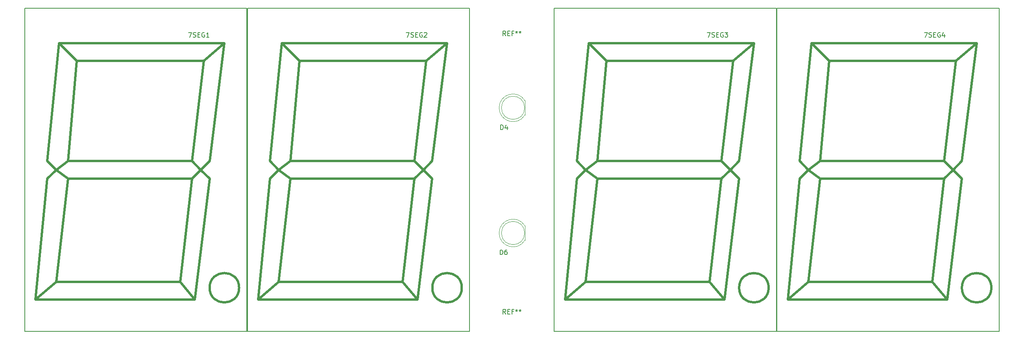
<source format=gto>
G04 #@! TF.FileFunction,Legend,Top*
%FSLAX46Y46*%
G04 Gerber Fmt 4.6, Leading zero omitted, Abs format (unit mm)*
G04 Created by KiCad (PCBNEW 4.0.6) date 01/08/18 11:05:27*
%MOMM*%
%LPD*%
G01*
G04 APERTURE LIST*
%ADD10C,0.100000*%
%ADD11C,0.500000*%
%ADD12C,0.150000*%
%ADD13C,0.120000*%
G04 APERTURE END LIST*
D10*
D11*
X86305000Y-110300000D02*
G75*
G03X86305000Y-110300000I-3175000J0D01*
G01*
X78685000Y-61405000D02*
X83130000Y-57595000D01*
X83130000Y-57595000D02*
X79955000Y-82995000D01*
X78050000Y-84900000D02*
X79955000Y-86805000D01*
X78050000Y-84900000D02*
X79955000Y-82995000D01*
X74875000Y-86805000D02*
X76145000Y-86805000D01*
X76145000Y-86805000D02*
X73605000Y-109030000D01*
X78050000Y-84900000D02*
X76145000Y-86805000D01*
X76145000Y-82995000D02*
X78050000Y-84900000D01*
X49475000Y-86805000D02*
X74875000Y-86805000D01*
X49475000Y-82995000D02*
X76145000Y-82995000D01*
X51380000Y-61405000D02*
X47570000Y-57595000D01*
X49475000Y-82995000D02*
X51380000Y-61405000D01*
X46935000Y-84900000D02*
X49475000Y-82995000D01*
X45030000Y-82995000D02*
X46935000Y-84900000D01*
X45030000Y-86805000D02*
X42490000Y-112840000D01*
X46935000Y-84900000D02*
X49475000Y-86805000D01*
X46935000Y-84900000D02*
X45030000Y-86805000D01*
X73605000Y-109030000D02*
X76780000Y-112840000D01*
X42490000Y-112840000D02*
X76780000Y-112840000D01*
X79955000Y-86805000D02*
X76780000Y-112840000D01*
X78685000Y-61405000D02*
X76145000Y-82995000D01*
X46935000Y-109030000D02*
X73605000Y-109030000D01*
X42490000Y-112840000D02*
X46935000Y-109030000D01*
X51380000Y-61405000D02*
X78685000Y-61405000D01*
X45030000Y-82995000D02*
X47570000Y-57595000D01*
X49475000Y-86805000D02*
X46935000Y-109030000D01*
X47570000Y-57595000D02*
X83130000Y-57595000D01*
D12*
X87980000Y-119750000D02*
X40180000Y-119750000D01*
X40180000Y-50050000D02*
X40180000Y-119750000D01*
X87980000Y-50050000D02*
X87980000Y-119750000D01*
X40180000Y-50050000D02*
X87980000Y-50050000D01*
D11*
X134215000Y-110300000D02*
G75*
G03X134215000Y-110300000I-3175000J0D01*
G01*
X126595000Y-61405000D02*
X131040000Y-57595000D01*
X131040000Y-57595000D02*
X127865000Y-82995000D01*
X125960000Y-84900000D02*
X127865000Y-86805000D01*
X125960000Y-84900000D02*
X127865000Y-82995000D01*
X122785000Y-86805000D02*
X124055000Y-86805000D01*
X124055000Y-86805000D02*
X121515000Y-109030000D01*
X125960000Y-84900000D02*
X124055000Y-86805000D01*
X124055000Y-82995000D02*
X125960000Y-84900000D01*
X97385000Y-86805000D02*
X122785000Y-86805000D01*
X97385000Y-82995000D02*
X124055000Y-82995000D01*
X99290000Y-61405000D02*
X95480000Y-57595000D01*
X97385000Y-82995000D02*
X99290000Y-61405000D01*
X94845000Y-84900000D02*
X97385000Y-82995000D01*
X92940000Y-82995000D02*
X94845000Y-84900000D01*
X92940000Y-86805000D02*
X90400000Y-112840000D01*
X94845000Y-84900000D02*
X97385000Y-86805000D01*
X94845000Y-84900000D02*
X92940000Y-86805000D01*
X121515000Y-109030000D02*
X124690000Y-112840000D01*
X90400000Y-112840000D02*
X124690000Y-112840000D01*
X127865000Y-86805000D02*
X124690000Y-112840000D01*
X126595000Y-61405000D02*
X124055000Y-82995000D01*
X94845000Y-109030000D02*
X121515000Y-109030000D01*
X90400000Y-112840000D02*
X94845000Y-109030000D01*
X99290000Y-61405000D02*
X126595000Y-61405000D01*
X92940000Y-82995000D02*
X95480000Y-57595000D01*
X97385000Y-86805000D02*
X94845000Y-109030000D01*
X95480000Y-57595000D02*
X131040000Y-57595000D01*
D12*
X135890000Y-119750000D02*
X88090000Y-119750000D01*
X88090000Y-50050000D02*
X88090000Y-119750000D01*
X135890000Y-50050000D02*
X135890000Y-119750000D01*
X88090000Y-50050000D02*
X135890000Y-50050000D01*
D11*
X200225000Y-110300000D02*
G75*
G03X200225000Y-110300000I-3175000J0D01*
G01*
X192605000Y-61405000D02*
X197050000Y-57595000D01*
X197050000Y-57595000D02*
X193875000Y-82995000D01*
X191970000Y-84900000D02*
X193875000Y-86805000D01*
X191970000Y-84900000D02*
X193875000Y-82995000D01*
X188795000Y-86805000D02*
X190065000Y-86805000D01*
X190065000Y-86805000D02*
X187525000Y-109030000D01*
X191970000Y-84900000D02*
X190065000Y-86805000D01*
X190065000Y-82995000D02*
X191970000Y-84900000D01*
X163395000Y-86805000D02*
X188795000Y-86805000D01*
X163395000Y-82995000D02*
X190065000Y-82995000D01*
X165300000Y-61405000D02*
X161490000Y-57595000D01*
X163395000Y-82995000D02*
X165300000Y-61405000D01*
X160855000Y-84900000D02*
X163395000Y-82995000D01*
X158950000Y-82995000D02*
X160855000Y-84900000D01*
X158950000Y-86805000D02*
X156410000Y-112840000D01*
X160855000Y-84900000D02*
X163395000Y-86805000D01*
X160855000Y-84900000D02*
X158950000Y-86805000D01*
X187525000Y-109030000D02*
X190700000Y-112840000D01*
X156410000Y-112840000D02*
X190700000Y-112840000D01*
X193875000Y-86805000D02*
X190700000Y-112840000D01*
X192605000Y-61405000D02*
X190065000Y-82995000D01*
X160855000Y-109030000D02*
X187525000Y-109030000D01*
X156410000Y-112840000D02*
X160855000Y-109030000D01*
X165300000Y-61405000D02*
X192605000Y-61405000D01*
X158950000Y-82995000D02*
X161490000Y-57595000D01*
X163395000Y-86805000D02*
X160855000Y-109030000D01*
X161490000Y-57595000D02*
X197050000Y-57595000D01*
D12*
X201900000Y-119750000D02*
X154100000Y-119750000D01*
X154100000Y-50050000D02*
X154100000Y-119750000D01*
X201900000Y-50050000D02*
X201900000Y-119750000D01*
X154100000Y-50050000D02*
X201900000Y-50050000D01*
D11*
X248145000Y-110300000D02*
G75*
G03X248145000Y-110300000I-3175000J0D01*
G01*
X240525000Y-61405000D02*
X244970000Y-57595000D01*
X244970000Y-57595000D02*
X241795000Y-82995000D01*
X239890000Y-84900000D02*
X241795000Y-86805000D01*
X239890000Y-84900000D02*
X241795000Y-82995000D01*
X236715000Y-86805000D02*
X237985000Y-86805000D01*
X237985000Y-86805000D02*
X235445000Y-109030000D01*
X239890000Y-84900000D02*
X237985000Y-86805000D01*
X237985000Y-82995000D02*
X239890000Y-84900000D01*
X211315000Y-86805000D02*
X236715000Y-86805000D01*
X211315000Y-82995000D02*
X237985000Y-82995000D01*
X213220000Y-61405000D02*
X209410000Y-57595000D01*
X211315000Y-82995000D02*
X213220000Y-61405000D01*
X208775000Y-84900000D02*
X211315000Y-82995000D01*
X206870000Y-82995000D02*
X208775000Y-84900000D01*
X206870000Y-86805000D02*
X204330000Y-112840000D01*
X208775000Y-84900000D02*
X211315000Y-86805000D01*
X208775000Y-84900000D02*
X206870000Y-86805000D01*
X235445000Y-109030000D02*
X238620000Y-112840000D01*
X204330000Y-112840000D02*
X238620000Y-112840000D01*
X241795000Y-86805000D02*
X238620000Y-112840000D01*
X240525000Y-61405000D02*
X237985000Y-82995000D01*
X208775000Y-109030000D02*
X235445000Y-109030000D01*
X204330000Y-112840000D02*
X208775000Y-109030000D01*
X213220000Y-61405000D02*
X240525000Y-61405000D01*
X206870000Y-82995000D02*
X209410000Y-57595000D01*
X211315000Y-86805000D02*
X208775000Y-109030000D01*
X209410000Y-57595000D02*
X244970000Y-57595000D01*
D12*
X249820000Y-119750000D02*
X202020000Y-119750000D01*
X202020000Y-50050000D02*
X202020000Y-119750000D01*
X249820000Y-50050000D02*
X249820000Y-119750000D01*
X202020000Y-50050000D02*
X249820000Y-50050000D01*
D13*
X142240000Y-71499538D02*
G75*
G03X147790000Y-73044830I2990000J-462D01*
G01*
X142240000Y-71500462D02*
G75*
G02X147790000Y-69955170I2990000J462D01*
G01*
X147730000Y-71500000D02*
G75*
G03X147730000Y-71500000I-2500000J0D01*
G01*
X147790000Y-73045000D02*
X147790000Y-69955000D01*
X142240000Y-98499538D02*
G75*
G03X147790000Y-100044830I2990000J-462D01*
G01*
X142240000Y-98500462D02*
G75*
G02X147790000Y-96955170I2990000J462D01*
G01*
X147730000Y-98500000D02*
G75*
G03X147730000Y-98500000I-2500000J0D01*
G01*
X147790000Y-100045000D02*
X147790000Y-96955000D01*
D12*
X143666667Y-55952381D02*
X143333333Y-55476190D01*
X143095238Y-55952381D02*
X143095238Y-54952381D01*
X143476191Y-54952381D01*
X143571429Y-55000000D01*
X143619048Y-55047619D01*
X143666667Y-55142857D01*
X143666667Y-55285714D01*
X143619048Y-55380952D01*
X143571429Y-55428571D01*
X143476191Y-55476190D01*
X143095238Y-55476190D01*
X144095238Y-55428571D02*
X144428572Y-55428571D01*
X144571429Y-55952381D02*
X144095238Y-55952381D01*
X144095238Y-54952381D01*
X144571429Y-54952381D01*
X145333334Y-55428571D02*
X145000000Y-55428571D01*
X145000000Y-55952381D02*
X145000000Y-54952381D01*
X145476191Y-54952381D01*
X146000000Y-54952381D02*
X146000000Y-55190476D01*
X145761905Y-55095238D02*
X146000000Y-55190476D01*
X146238096Y-55095238D01*
X145857143Y-55380952D02*
X146000000Y-55190476D01*
X146142858Y-55380952D01*
X146761905Y-54952381D02*
X146761905Y-55190476D01*
X146523810Y-55095238D02*
X146761905Y-55190476D01*
X147000001Y-55095238D01*
X146619048Y-55380952D02*
X146761905Y-55190476D01*
X146904763Y-55380952D01*
X75411905Y-55252381D02*
X76078572Y-55252381D01*
X75650000Y-56252381D01*
X76411905Y-56204762D02*
X76554762Y-56252381D01*
X76792858Y-56252381D01*
X76888096Y-56204762D01*
X76935715Y-56157143D01*
X76983334Y-56061905D01*
X76983334Y-55966667D01*
X76935715Y-55871429D01*
X76888096Y-55823810D01*
X76792858Y-55776190D01*
X76602381Y-55728571D01*
X76507143Y-55680952D01*
X76459524Y-55633333D01*
X76411905Y-55538095D01*
X76411905Y-55442857D01*
X76459524Y-55347619D01*
X76507143Y-55300000D01*
X76602381Y-55252381D01*
X76840477Y-55252381D01*
X76983334Y-55300000D01*
X77411905Y-55728571D02*
X77745239Y-55728571D01*
X77888096Y-56252381D02*
X77411905Y-56252381D01*
X77411905Y-55252381D01*
X77888096Y-55252381D01*
X78840477Y-55300000D02*
X78745239Y-55252381D01*
X78602382Y-55252381D01*
X78459524Y-55300000D01*
X78364286Y-55395238D01*
X78316667Y-55490476D01*
X78269048Y-55680952D01*
X78269048Y-55823810D01*
X78316667Y-56014286D01*
X78364286Y-56109524D01*
X78459524Y-56204762D01*
X78602382Y-56252381D01*
X78697620Y-56252381D01*
X78840477Y-56204762D01*
X78888096Y-56157143D01*
X78888096Y-55823810D01*
X78697620Y-55823810D01*
X79840477Y-56252381D02*
X79269048Y-56252381D01*
X79554762Y-56252381D02*
X79554762Y-55252381D01*
X79459524Y-55395238D01*
X79364286Y-55490476D01*
X79269048Y-55538095D01*
X122261905Y-55252381D02*
X122928572Y-55252381D01*
X122500000Y-56252381D01*
X123261905Y-56204762D02*
X123404762Y-56252381D01*
X123642858Y-56252381D01*
X123738096Y-56204762D01*
X123785715Y-56157143D01*
X123833334Y-56061905D01*
X123833334Y-55966667D01*
X123785715Y-55871429D01*
X123738096Y-55823810D01*
X123642858Y-55776190D01*
X123452381Y-55728571D01*
X123357143Y-55680952D01*
X123309524Y-55633333D01*
X123261905Y-55538095D01*
X123261905Y-55442857D01*
X123309524Y-55347619D01*
X123357143Y-55300000D01*
X123452381Y-55252381D01*
X123690477Y-55252381D01*
X123833334Y-55300000D01*
X124261905Y-55728571D02*
X124595239Y-55728571D01*
X124738096Y-56252381D02*
X124261905Y-56252381D01*
X124261905Y-55252381D01*
X124738096Y-55252381D01*
X125690477Y-55300000D02*
X125595239Y-55252381D01*
X125452382Y-55252381D01*
X125309524Y-55300000D01*
X125214286Y-55395238D01*
X125166667Y-55490476D01*
X125119048Y-55680952D01*
X125119048Y-55823810D01*
X125166667Y-56014286D01*
X125214286Y-56109524D01*
X125309524Y-56204762D01*
X125452382Y-56252381D01*
X125547620Y-56252381D01*
X125690477Y-56204762D01*
X125738096Y-56157143D01*
X125738096Y-55823810D01*
X125547620Y-55823810D01*
X126119048Y-55347619D02*
X126166667Y-55300000D01*
X126261905Y-55252381D01*
X126500001Y-55252381D01*
X126595239Y-55300000D01*
X126642858Y-55347619D01*
X126690477Y-55442857D01*
X126690477Y-55538095D01*
X126642858Y-55680952D01*
X126071429Y-56252381D01*
X126690477Y-56252381D01*
X187011905Y-55252381D02*
X187678572Y-55252381D01*
X187250000Y-56252381D01*
X188011905Y-56204762D02*
X188154762Y-56252381D01*
X188392858Y-56252381D01*
X188488096Y-56204762D01*
X188535715Y-56157143D01*
X188583334Y-56061905D01*
X188583334Y-55966667D01*
X188535715Y-55871429D01*
X188488096Y-55823810D01*
X188392858Y-55776190D01*
X188202381Y-55728571D01*
X188107143Y-55680952D01*
X188059524Y-55633333D01*
X188011905Y-55538095D01*
X188011905Y-55442857D01*
X188059524Y-55347619D01*
X188107143Y-55300000D01*
X188202381Y-55252381D01*
X188440477Y-55252381D01*
X188583334Y-55300000D01*
X189011905Y-55728571D02*
X189345239Y-55728571D01*
X189488096Y-56252381D02*
X189011905Y-56252381D01*
X189011905Y-55252381D01*
X189488096Y-55252381D01*
X190440477Y-55300000D02*
X190345239Y-55252381D01*
X190202382Y-55252381D01*
X190059524Y-55300000D01*
X189964286Y-55395238D01*
X189916667Y-55490476D01*
X189869048Y-55680952D01*
X189869048Y-55823810D01*
X189916667Y-56014286D01*
X189964286Y-56109524D01*
X190059524Y-56204762D01*
X190202382Y-56252381D01*
X190297620Y-56252381D01*
X190440477Y-56204762D01*
X190488096Y-56157143D01*
X190488096Y-55823810D01*
X190297620Y-55823810D01*
X190821429Y-55252381D02*
X191440477Y-55252381D01*
X191107143Y-55633333D01*
X191250001Y-55633333D01*
X191345239Y-55680952D01*
X191392858Y-55728571D01*
X191440477Y-55823810D01*
X191440477Y-56061905D01*
X191392858Y-56157143D01*
X191345239Y-56204762D01*
X191250001Y-56252381D01*
X190964286Y-56252381D01*
X190869048Y-56204762D01*
X190821429Y-56157143D01*
X233711905Y-55252381D02*
X234378572Y-55252381D01*
X233950000Y-56252381D01*
X234711905Y-56204762D02*
X234854762Y-56252381D01*
X235092858Y-56252381D01*
X235188096Y-56204762D01*
X235235715Y-56157143D01*
X235283334Y-56061905D01*
X235283334Y-55966667D01*
X235235715Y-55871429D01*
X235188096Y-55823810D01*
X235092858Y-55776190D01*
X234902381Y-55728571D01*
X234807143Y-55680952D01*
X234759524Y-55633333D01*
X234711905Y-55538095D01*
X234711905Y-55442857D01*
X234759524Y-55347619D01*
X234807143Y-55300000D01*
X234902381Y-55252381D01*
X235140477Y-55252381D01*
X235283334Y-55300000D01*
X235711905Y-55728571D02*
X236045239Y-55728571D01*
X236188096Y-56252381D02*
X235711905Y-56252381D01*
X235711905Y-55252381D01*
X236188096Y-55252381D01*
X237140477Y-55300000D02*
X237045239Y-55252381D01*
X236902382Y-55252381D01*
X236759524Y-55300000D01*
X236664286Y-55395238D01*
X236616667Y-55490476D01*
X236569048Y-55680952D01*
X236569048Y-55823810D01*
X236616667Y-56014286D01*
X236664286Y-56109524D01*
X236759524Y-56204762D01*
X236902382Y-56252381D01*
X236997620Y-56252381D01*
X237140477Y-56204762D01*
X237188096Y-56157143D01*
X237188096Y-55823810D01*
X236997620Y-55823810D01*
X238045239Y-55585714D02*
X238045239Y-56252381D01*
X237807143Y-55204762D02*
X237569048Y-55919048D01*
X238188096Y-55919048D01*
X142561905Y-76202381D02*
X142561905Y-75202381D01*
X142800000Y-75202381D01*
X142942858Y-75250000D01*
X143038096Y-75345238D01*
X143085715Y-75440476D01*
X143133334Y-75630952D01*
X143133334Y-75773810D01*
X143085715Y-75964286D01*
X143038096Y-76059524D01*
X142942858Y-76154762D01*
X142800000Y-76202381D01*
X142561905Y-76202381D01*
X143990477Y-75535714D02*
X143990477Y-76202381D01*
X143752381Y-75154762D02*
X143514286Y-75869048D01*
X144133334Y-75869048D01*
X142461905Y-103152381D02*
X142461905Y-102152381D01*
X142700000Y-102152381D01*
X142842858Y-102200000D01*
X142938096Y-102295238D01*
X142985715Y-102390476D01*
X143033334Y-102580952D01*
X143033334Y-102723810D01*
X142985715Y-102914286D01*
X142938096Y-103009524D01*
X142842858Y-103104762D01*
X142700000Y-103152381D01*
X142461905Y-103152381D01*
X143890477Y-102152381D02*
X143700000Y-102152381D01*
X143604762Y-102200000D01*
X143557143Y-102247619D01*
X143461905Y-102390476D01*
X143414286Y-102580952D01*
X143414286Y-102961905D01*
X143461905Y-103057143D01*
X143509524Y-103104762D01*
X143604762Y-103152381D01*
X143795239Y-103152381D01*
X143890477Y-103104762D01*
X143938096Y-103057143D01*
X143985715Y-102961905D01*
X143985715Y-102723810D01*
X143938096Y-102628571D01*
X143890477Y-102580952D01*
X143795239Y-102533333D01*
X143604762Y-102533333D01*
X143509524Y-102580952D01*
X143461905Y-102628571D01*
X143414286Y-102723810D01*
X143666667Y-115952381D02*
X143333333Y-115476190D01*
X143095238Y-115952381D02*
X143095238Y-114952381D01*
X143476191Y-114952381D01*
X143571429Y-115000000D01*
X143619048Y-115047619D01*
X143666667Y-115142857D01*
X143666667Y-115285714D01*
X143619048Y-115380952D01*
X143571429Y-115428571D01*
X143476191Y-115476190D01*
X143095238Y-115476190D01*
X144095238Y-115428571D02*
X144428572Y-115428571D01*
X144571429Y-115952381D02*
X144095238Y-115952381D01*
X144095238Y-114952381D01*
X144571429Y-114952381D01*
X145333334Y-115428571D02*
X145000000Y-115428571D01*
X145000000Y-115952381D02*
X145000000Y-114952381D01*
X145476191Y-114952381D01*
X146000000Y-114952381D02*
X146000000Y-115190476D01*
X145761905Y-115095238D02*
X146000000Y-115190476D01*
X146238096Y-115095238D01*
X145857143Y-115380952D02*
X146000000Y-115190476D01*
X146142858Y-115380952D01*
X146761905Y-114952381D02*
X146761905Y-115190476D01*
X146523810Y-115095238D02*
X146761905Y-115190476D01*
X147000001Y-115095238D01*
X146619048Y-115380952D02*
X146761905Y-115190476D01*
X146904763Y-115380952D01*
M02*

</source>
